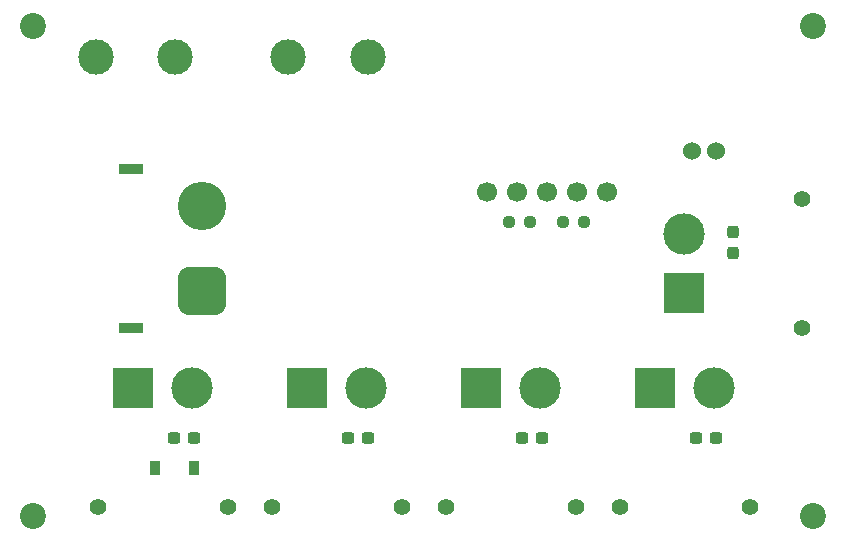
<source format=gbs>
%TF.GenerationSoftware,KiCad,Pcbnew,(6.0.11)*%
%TF.CreationDate,2023-05-24T21:09:08+09:00*%
%TF.ProjectId,power,706f7765-722e-46b6-9963-61645f706362,rev?*%
%TF.SameCoordinates,Original*%
%TF.FileFunction,Soldermask,Bot*%
%TF.FilePolarity,Negative*%
%FSLAX46Y46*%
G04 Gerber Fmt 4.6, Leading zero omitted, Abs format (unit mm)*
G04 Created by KiCad (PCBNEW (6.0.11)) date 2023-05-24 21:09:08*
%MOMM*%
%LPD*%
G01*
G04 APERTURE LIST*
G04 Aperture macros list*
%AMRoundRect*
0 Rectangle with rounded corners*
0 $1 Rounding radius*
0 $2 $3 $4 $5 $6 $7 $8 $9 X,Y pos of 4 corners*
0 Add a 4 corners polygon primitive as box body*
4,1,4,$2,$3,$4,$5,$6,$7,$8,$9,$2,$3,0*
0 Add four circle primitives for the rounded corners*
1,1,$1+$1,$2,$3*
1,1,$1+$1,$4,$5*
1,1,$1+$1,$6,$7*
1,1,$1+$1,$8,$9*
0 Add four rect primitives between the rounded corners*
20,1,$1+$1,$2,$3,$4,$5,0*
20,1,$1+$1,$4,$5,$6,$7,0*
20,1,$1+$1,$6,$7,$8,$9,0*
20,1,$1+$1,$8,$9,$2,$3,0*%
G04 Aperture macros list end*
%ADD10C,2.200000*%
%ADD11C,1.400000*%
%ADD12R,3.500000X3.500000*%
%ADD13C,3.500000*%
%ADD14C,1.524000*%
%ADD15C,1.700000*%
%ADD16C,3.000000*%
%ADD17R,2.000000X0.900000*%
%ADD18RoundRect,1.025000X1.025000X-1.025000X1.025000X1.025000X-1.025000X1.025000X-1.025000X-1.025000X0*%
%ADD19C,4.100000*%
%ADD20RoundRect,0.237500X0.300000X0.237500X-0.300000X0.237500X-0.300000X-0.237500X0.300000X-0.237500X0*%
%ADD21RoundRect,0.237500X-0.250000X-0.237500X0.250000X-0.237500X0.250000X0.237500X-0.250000X0.237500X0*%
%ADD22RoundRect,0.237500X-0.237500X0.300000X-0.237500X-0.300000X0.237500X-0.300000X0.237500X0.300000X0*%
%ADD23R,0.900000X1.200000*%
%ADD24RoundRect,0.237500X0.250000X0.237500X-0.250000X0.237500X-0.250000X-0.237500X0.250000X-0.237500X0*%
G04 APERTURE END LIST*
D10*
%TO.C,REF\u002A\u002A*%
X165920000Y-108006000D03*
%TD*%
D11*
%TO.C,J6*%
X145854000Y-107201000D03*
X134854000Y-107201000D03*
D12*
X137854000Y-97201000D03*
D13*
X142854000Y-97201000D03*
%TD*%
D10*
%TO.C,REF\u002A\u002A*%
X99920000Y-108006000D03*
%TD*%
D14*
%TO.C,MES1*%
X157736000Y-77126000D03*
X155736000Y-77111000D03*
%TD*%
D11*
%TO.C,J4*%
X160586000Y-107201000D03*
X149586000Y-107201000D03*
D12*
X152586000Y-97201000D03*
D13*
X157586000Y-97201000D03*
%TD*%
D11*
%TO.C,J2*%
X120122000Y-107201000D03*
X131122000Y-107201000D03*
D12*
X123122000Y-97201000D03*
D13*
X128122000Y-97201000D03*
%TD*%
D11*
%TO.C,J5*%
X105390000Y-107201000D03*
X116390000Y-107201000D03*
D12*
X108390000Y-97201000D03*
D13*
X113390000Y-97201000D03*
%TD*%
D11*
%TO.C,J3*%
X164999000Y-92120000D03*
X164999000Y-81120000D03*
D12*
X154999000Y-89120000D03*
D13*
X154999000Y-84120000D03*
%TD*%
D15*
%TO.C,SW1*%
X145942000Y-80524000D03*
X143402000Y-80524000D03*
X140862000Y-80524000D03*
X148482000Y-80524000D03*
X138322000Y-80524000D03*
%TD*%
D10*
%TO.C,REF\u002A\u002A*%
X165920000Y-66506000D03*
%TD*%
D16*
%TO.C,F1*%
X105232000Y-69094000D03*
X111932000Y-69094000D03*
X121532000Y-69094000D03*
X128232000Y-69094000D03*
%TD*%
D17*
%TO.C,J1*%
X108230000Y-92100000D03*
X108230000Y-78600000D03*
D18*
X114230000Y-88950000D03*
D19*
X114230000Y-81750000D03*
%TD*%
D10*
%TO.C,REF\u002A\u002A*%
X99920000Y-66506000D03*
%TD*%
D20*
%TO.C,C4*%
X142994500Y-101352000D03*
X141269500Y-101352000D03*
%TD*%
D21*
%TO.C,R1*%
X144775500Y-83064000D03*
X146600500Y-83064000D03*
%TD*%
D22*
%TO.C,C2*%
X159150000Y-83979500D03*
X159150000Y-85704500D03*
%TD*%
D20*
%TO.C,C5*%
X157726500Y-101352000D03*
X156001500Y-101352000D03*
%TD*%
%TO.C,C3*%
X113530500Y-101352000D03*
X111805500Y-101352000D03*
%TD*%
%TO.C,C6*%
X128262500Y-101352000D03*
X126537500Y-101352000D03*
%TD*%
D23*
%TO.C,D1*%
X113556000Y-103892000D03*
X110256000Y-103892000D03*
%TD*%
D24*
%TO.C,R2*%
X142028500Y-83064000D03*
X140203500Y-83064000D03*
%TD*%
M02*

</source>
